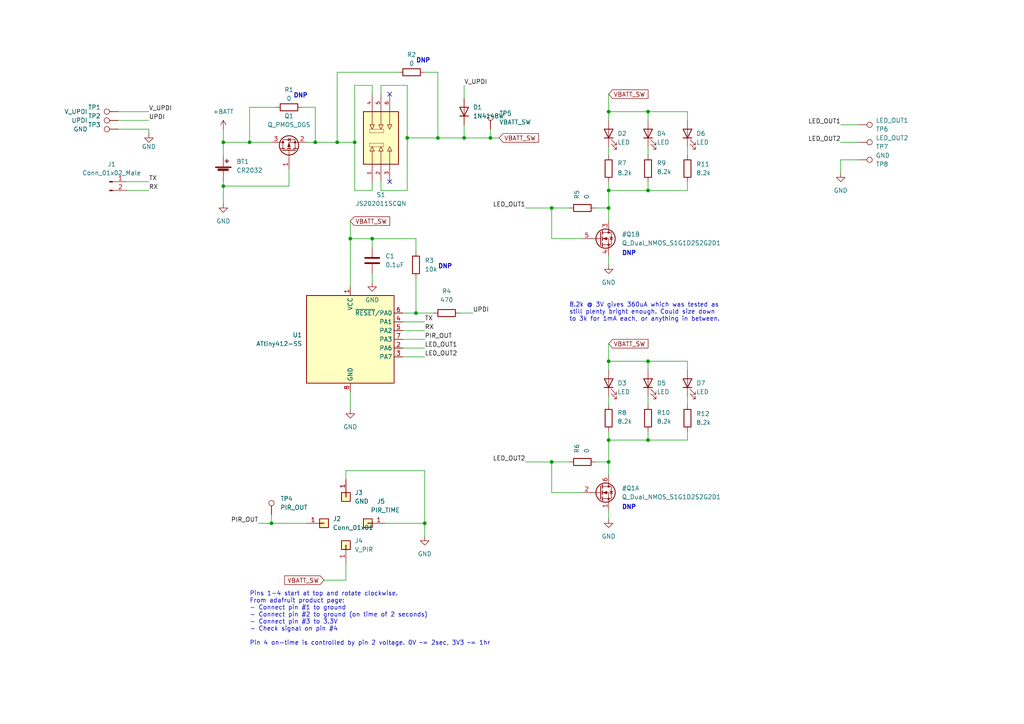
<source format=kicad_sch>
(kicad_sch (version 20230121) (generator eeschema)
  (paper "A4")
  (lib_symbols
    (symbol "Connector:Conn_01x02_Male" (pin_names (offset 1.016) hide)
      (property "Reference" "J" (at 0 2.54 0))
      (property "Value" "Conn_01x02_Male" (at 0 -5.08 0))
      (symbol "Conn_01x02_Male_1_1"
        (polyline (pts (xy 1.27 -2.54) (xy 0.8636 -2.54)) (stroke (width 0.1524)))
        (polyline (pts (xy 1.27 0) (xy 0.8636 0)) (stroke (width 0.1524)))
        (rectangle (start 0.8636 -2.413) (end 0 -2.667) (stroke (width 0.1524)) (fill (type outline)))
        (rectangle (start 0.8636 0.127) (end 0 -0.127) (stroke (width 0.1524)) (fill (type outline)))
        (pin passive line (at 5.08 0 180) (length 3.81) (name "Pin_1") (number "1"))
        (pin passive line (at 5.08 -2.54 180) (length 3.81) (name "Pin_2") (number "2"))
      )
    )
    (symbol "Connector:TestPoint" (pin_numbers hide) (pin_names (offset 0.762) hide)
      (property "Reference" "TP" (at 0 6.858 0))
      (property "Value" "TestPoint" (at 0 5.08 0))
      (symbol "TestPoint_0_1"
        (circle (center 0 3.302) (radius 0.762))
      )
      (symbol "TestPoint_1_1"
        (pin passive line (at 0 0 90) (length 2.54) (name "1") (number "1"))
      )
    )
    (symbol "Connector_Generic:Conn_01x01" (pin_names (offset 1.016) hide)
      (property "Reference" "J" (at 0 2.54 0))
      (property "Value" "Conn_01x01" (at 0 -2.54 0))
      (symbol "Conn_01x01_1_1"
        (rectangle (start -1.27 0.127) (end 0 -0.127) (stroke (width 0.1524)))
        (rectangle (start -1.27 1.27) (end 1.27 -1.27) (stroke (width 0.254)) (fill (type background)))
        (pin passive line (at -5.08 0 0) (length 3.81) (name "Pin_1") (number "1"))
      )
    )
    (symbol "Device:Battery_Cell" (pin_numbers hide) (pin_names (offset 0) hide)
      (property "Reference" "BT" (at 2.54 2.54 0))
      (property "Value" "Battery_Cell" (at 2.54 0 0))
      (symbol "Battery_Cell_0_1"
        (rectangle (start -2.286 1.778) (end 2.286 1.524) (fill (type outline)))
        (rectangle (start -1.5748 1.1938) (end 1.4732 0.6858) (fill (type outline)))
        (polyline (pts (xy 0 0.762) (xy 0 0)))
        (polyline (pts (xy 0 1.778) (xy 0 2.54)))
        (polyline (pts (xy 0.508 3.429) (xy 1.524 3.429)) (stroke (width 0.254)))
        (polyline (pts (xy 1.016 3.937) (xy 1.016 2.921)) (stroke (width 0.254)))
      )
      (symbol "Battery_Cell_1_1"
        (pin passive line (at 0 5.08 270) (length 2.54) (name "+") (number "1"))
        (pin passive line (at 0 -2.54 90) (length 2.54) (name "-") (number "2"))
      )
    )
    (symbol "Device:C" (pin_numbers hide) (pin_names (offset 0.254))
      (property "Reference" "C" (at 0.635 2.54 0))
      (property "Value" "C" (at 0.635 -2.54 0))
      (symbol "C_0_1"
        (polyline (pts (xy -2.032 -0.762) (xy 2.032 -0.762)) (stroke (width 0.508)))
        (polyline (pts (xy -2.032 0.762) (xy 2.032 0.762)) (stroke (width 0.508)))
      )
      (symbol "C_1_1"
        (pin passive line (at 0 3.81 270) (length 2.794) (name "~") (number "1"))
        (pin passive line (at 0 -3.81 90) (length 2.794) (name "~") (number "2"))
      )
    )
    (symbol "Device:D" (pin_numbers hide) (pin_names (offset 1.016) hide)
      (property "Reference" "D" (at 0 2.54 0))
      (property "Value" "D" (at 0 -2.54 0))
      (symbol "D_0_1"
        (polyline (pts (xy -1.27 1.27) (xy -1.27 -1.27)) (stroke (width 0.254)))
        (polyline (pts (xy 1.27 0) (xy -1.27 0)))
        (polyline (pts (xy 1.27 1.27) (xy 1.27 -1.27) (xy -1.27 0) (xy 1.27 1.27)) (stroke (width 0.254)))
      )
      (symbol "D_1_1"
        (pin passive line (at -3.81 0 0) (length 2.54) (name "K") (number "1"))
        (pin passive line (at 3.81 0 180) (length 2.54) (name "A") (number "2"))
      )
    )
    (symbol "Device:LED" (pin_numbers hide) (pin_names (offset 1.016) hide)
      (property "Reference" "D" (at 0 2.54 0))
      (property "Value" "LED" (at 0 -2.54 0))
      (symbol "LED_0_1"
        (polyline (pts (xy -1.27 -1.27) (xy -1.27 1.27)) (stroke (width 0.254)))
        (polyline (pts (xy -1.27 0) (xy 1.27 0)))
        (polyline (pts (xy 1.27 -1.27) (xy 1.27 1.27) (xy -1.27 0) (xy 1.27 -1.27)) (stroke (width 0.254)))
        (polyline (pts (xy -3.048 -0.762) (xy -4.572 -2.286) (xy -3.81 -2.286) (xy -4.572 -2.286) (xy -4.572 -1.524)))
        (polyline (pts (xy -1.778 -0.762) (xy -3.302 -2.286) (xy -2.54 -2.286) (xy -3.302 -2.286) (xy -3.302 -1.524)))
      )
      (symbol "LED_1_1"
        (pin passive line (at -3.81 0 0) (length 2.54) (name "K") (number "1"))
        (pin passive line (at 3.81 0 180) (length 2.54) (name "A") (number "2"))
      )
    )
    (symbol "Device:Q_Dual_NMOS_S1G1D2S2G2D1" (pin_names (offset 0) hide)
      (property "Reference" "Q" (at 6.35 1.27 0))
      (property "Value" "Q_Dual_NMOS_S1G1D2S2G2D1" (at 19.05 -1.27 0))
      (symbol "Q_Dual_NMOS_S1G1D2S2G2D1_0_1"
        (polyline (pts (xy 0.254 0) (xy -2.54 0)))
        (polyline (pts (xy 0.254 1.905) (xy 0.254 -1.905)) (stroke (width 0.254)))
        (polyline (pts (xy 0.762 -1.27) (xy 0.762 -2.286)) (stroke (width 0.254)))
        (polyline (pts (xy 0.762 0.508) (xy 0.762 -0.508)) (stroke (width 0.254)))
        (polyline (pts (xy 0.762 2.286) (xy 0.762 1.27)) (stroke (width 0.254)))
        (polyline (pts (xy 2.54 2.54) (xy 2.54 1.778)))
        (polyline (pts (xy 2.54 -2.54) (xy 2.54 0) (xy 0.762 0)))
        (polyline (pts (xy 0.762 -1.778) (xy 3.302 -1.778) (xy 3.302 1.778) (xy 0.762 1.778)))
        (polyline (pts (xy 1.016 0) (xy 2.032 0.381) (xy 2.032 -0.381) (xy 1.016 0)) (fill (type outline)))
        (polyline (pts (xy 2.794 0.508) (xy 2.921 0.381) (xy 3.683 0.381) (xy 3.81 0.254)))
        (polyline (pts (xy 3.302 0.381) (xy 2.921 -0.254) (xy 3.683 -0.254) (xy 3.302 0.381)))
        (circle (center 1.651 0) (radius 2.794) (stroke (width 0.254)))
        (circle (center 2.54 -1.778) (radius 0.254) (fill (type outline)))
        (circle (center 2.54 1.778) (radius 0.254) (fill (type outline)))
      )
      (symbol "Q_Dual_NMOS_S1G1D2S2G2D1_1_1"
        (pin passive line (at 2.54 -5.08 90) (length 2.54) (name "S") (number "1"))
        (pin input line (at -5.08 0 0) (length 2.54) (name "G") (number "2"))
        (pin passive line (at 2.54 5.08 270) (length 2.54) (name "D") (number "6"))
      )
      (symbol "Q_Dual_NMOS_S1G1D2S2G2D1_2_1"
        (pin passive line (at 2.54 5.08 270) (length 2.54) (name "D") (number "3"))
        (pin passive line (at 2.54 -5.08 90) (length 2.54) (name "S") (number "4"))
        (pin input line (at -5.08 0 0) (length 2.54) (name "G") (number "5"))
      )
    )
    (symbol "Device:Q_PMOS_GSD" (pin_names (offset 0) hide)
      (property "Reference" "Q" (at 5.08 1.27 0))
      (property "Value" "Q_PMOS_GSD" (at 5.08 -1.27 0))
      (symbol "Q_PMOS_GSD_0_1"
        (polyline (pts (xy 0.254 0) (xy -2.54 0)))
        (polyline (pts (xy 0.254 1.905) (xy 0.254 -1.905)) (stroke (width 0.254)))
        (polyline (pts (xy 0.762 -1.27) (xy 0.762 -2.286)) (stroke (width 0.254)))
        (polyline (pts (xy 0.762 0.508) (xy 0.762 -0.508)) (stroke (width 0.254)))
        (polyline (pts (xy 0.762 2.286) (xy 0.762 1.27)) (stroke (width 0.254)))
        (polyline (pts (xy 2.54 2.54) (xy 2.54 1.778)))
        (polyline (pts (xy 2.54 -2.54) (xy 2.54 0) (xy 0.762 0)))
        (polyline (pts (xy 0.762 1.778) (xy 3.302 1.778) (xy 3.302 -1.778) (xy 0.762 -1.778)))
        (polyline (pts (xy 2.286 0) (xy 1.27 0.381) (xy 1.27 -0.381) (xy 2.286 0)) (fill (type outline)))
        (polyline (pts (xy 2.794 -0.508) (xy 2.921 -0.381) (xy 3.683 -0.381) (xy 3.81 -0.254)))
        (polyline (pts (xy 3.302 -0.381) (xy 2.921 0.254) (xy 3.683 0.254) (xy 3.302 -0.381)))
        (circle (center 1.651 0) (radius 2.794) (stroke (width 0.254)))
        (circle (center 2.54 -1.778) (radius 0.254) (fill (type outline)))
        (circle (center 2.54 1.778) (radius 0.254) (fill (type outline)))
      )
      (symbol "Q_PMOS_GSD_1_1"
        (pin input line (at -5.08 0 0) (length 2.54) (name "G") (number "1"))
        (pin passive line (at 2.54 -5.08 90) (length 2.54) (name "S") (number "2"))
        (pin passive line (at 2.54 5.08 270) (length 2.54) (name "D") (number "3"))
      )
    )
    (symbol "Device:R" (pin_numbers hide) (pin_names (offset 0))
      (property "Reference" "R" (at 2.032 0 90))
      (property "Value" "R" (at 0 0 90))
      (symbol "R_0_1"
        (rectangle (start -1.016 -2.54) (end 1.016 2.54) (stroke (width 0.254)))
      )
      (symbol "R_1_1"
        (pin passive line (at 0 3.81 270) (length 1.27) (name "~") (number "1"))
        (pin passive line (at 0 -3.81 90) (length 1.27) (name "~") (number "2"))
      )
    )
    (symbol "JS202011SCQN:JS202011SCQN" (pin_names (offset 1.016) hide)
      (property "Reference" "S" (at -7.62 6.35 0))
      (property "Value" "JS202011SCQN" (at -7.62 -6.35 0))
      (symbol "JS202011SCQN_0_0"
        (rectangle (start -7.62 -5.08) (end 7.62 5.08) (stroke (width 0.254)) (fill (type background)))
        (polyline (pts (xy -7.62 -2.54) (xy -3.81 -2.54)) (stroke (width 0.1524)))
        (polyline (pts (xy -7.62 0) (xy -3.81 0)) (stroke (width 0.1524)))
        (polyline (pts (xy -7.62 2.54) (xy -3.81 2.54)) (stroke (width 0.1524)))
        (polyline (pts (xy 7.62 -2.54) (xy 3.81 -2.54)) (stroke (width 0.1524)))
        (polyline (pts (xy 7.62 0) (xy 3.81 0)) (stroke (width 0.1524)))
        (polyline (pts (xy 7.62 2.54) (xy 3.81 2.54)) (stroke (width 0.1524)))
        (polyline (pts (xy -3.81 -1.905) (xy -3.81 -3.175) (xy -2.54 -2.54) (xy -3.81 -1.905)) (stroke (width 0.1524)) (fill (type background)))
        (polyline (pts (xy -3.81 0.635) (xy -3.81 -0.635) (xy -2.54 0) (xy -3.81 0.635)) (stroke (width 0.1524)) (fill (type background)))
        (polyline (pts (xy -3.81 3.175) (xy -3.81 1.905) (xy -2.54 2.54) (xy -3.81 3.175)) (stroke (width 0.1524)) (fill (type background)))
        (polyline (pts (xy 3.81 -3.175) (xy 3.81 -1.905) (xy 2.54 -2.54) (xy 3.81 -3.175)) (stroke (width 0.1524)) (fill (type background)))
        (polyline (pts (xy 3.81 -0.635) (xy 3.81 0.635) (xy 2.54 0) (xy 3.81 -0.635)) (stroke (width 0.1524)) (fill (type background)))
        (polyline (pts (xy 3.81 1.905) (xy 3.81 3.175) (xy 2.54 2.54) (xy 3.81 1.905)) (stroke (width 0.1524)) (fill (type background)))
        (polyline (pts (xy -2.54 3.302) (xy -2.54 -0.762) (xy -1.524 -0.762) (xy -1.524 3.302) (xy -2.54 3.302)) (stroke (width 0.0254)) (fill (type background)))
        (polyline (pts (xy 1.524 3.302) (xy 1.524 -0.762) (xy 2.54 -0.762) (xy 2.54 3.302) (xy 1.524 3.302)) (stroke (width 0.0254)) (fill (type background)))
        (pin passive line (at -12.7 2.54 0) (length 5.08) (name "~") (number "1"))
        (pin passive line (at -12.7 0 0) (length 5.08) (name "~") (number "2"))
        (pin passive line (at -12.7 -2.54 0) (length 5.08) (name "~") (number "3"))
        (pin passive line (at 12.7 2.54 180) (length 5.08) (name "~") (number "4"))
        (pin passive line (at 12.7 0 180) (length 5.08) (name "~") (number "5"))
        (pin passive line (at 12.7 -2.54 180) (length 5.08) (name "~") (number "6"))
      )
    )
    (symbol "MCU_Microchip_ATtiny:ATtiny412-SS"
      (property "Reference" "U" (at -12.7 13.97 0))
      (property "Value" "ATtiny412-SS" (at 2.54 -13.97 0))
      (symbol "ATtiny412-SS_0_1"
        (rectangle (start -12.7 -12.7) (end 12.7 12.7) (stroke (width 0.254)) (fill (type background)))
      )
      (symbol "ATtiny412-SS_1_1"
        (pin power_in line (at 0 15.24 270) (length 2.54) (name "VCC") (number "1"))
        (pin bidirectional line (at 15.24 -2.54 180) (length 2.54) (name "PA6") (number "2"))
        (pin bidirectional line (at 15.24 -5.08 180) (length 2.54) (name "PA7") (number "3"))
        (pin bidirectional line (at 15.24 5.08 180) (length 2.54) (name "PA1") (number "4"))
        (pin bidirectional line (at 15.24 2.54 180) (length 2.54) (name "PA2") (number "5"))
        (pin bidirectional line (at 15.24 7.62 180) (length 2.54) (name "~{RESET}/PA0") (number "6"))
        (pin bidirectional line (at 15.24 0 180) (length 2.54) (name "PA3") (number "7"))
        (pin power_in line (at 0 -15.24 90) (length 2.54) (name "GND") (number "8"))
      )
    )
    (symbol "power:+BATT" (power) (pin_names (offset 0))
      (property "Value" "+BATT" (at 0 3.556 0))
      (symbol "+BATT_0_1"
        (polyline (pts (xy -0.762 1.27) (xy 0 2.54)))
        (polyline (pts (xy 0 0) (xy 0 2.54)))
        (polyline (pts (xy 0 2.54) (xy 0.762 1.27)))
      )
      (symbol "+BATT_1_1"
        (pin power_in line (at 0 0 90) (length 0) hide (name "+BATT") (number "1"))
      )
    )
    (symbol "power:GND" (power) (pin_names (offset 0))
      (property "Value" "GND" (at 0 -3.81 0))
      (symbol "GND_0_1"
        (polyline (pts (xy 0 0) (xy 0 -1.27) (xy 1.27 -1.27) (xy 0 -2.54) (xy -1.27 -1.27) (xy 0 -1.27)))
      )
      (symbol "GND_1_1"
        (pin power_in line (at 0 0 270) (length 0) hide (name "GND") (number "1"))
      )
    )
  )
  (junction (at 187.96 127.635))
  (junction (at 142.24 40.005))
  (junction (at 127 40.005))
  (junction (at 187.96 32.385))
  (junction (at 134.62 40.005))
  (junction (at 176.53 32.385))
  (junction (at 160.02 60.325))
  (junction (at 187.96 55.245))
  (junction (at 97.79 41.275))
  (junction (at 160.02 133.985))
  (junction (at 72.39 41.275))
  (junction (at 91.44 41.275))
  (junction (at 176.53 60.325))
  (junction (at 187.96 104.775))
  (junction (at 176.53 127.635))
  (junction (at 107.95 69.215))
  (junction (at 101.6 69.215))
  (junction (at 176.53 133.985))
  (junction (at 78.74 151.765))
  (junction (at 176.53 55.245))
  (junction (at 64.77 53.975))
  (junction (at 118.11 40.005))
  (junction (at 176.53 104.775))
  (junction (at 123.19 151.765))
  (junction (at 120.65 90.805))
  (junction (at 64.77 41.275))
  (junction (at 102.87 41.275))
  (no_connect (at 113.03 52.705))
  (no_connect (at 113.03 27.305))
  (wire (pts (xy 101.6 69.215) (xy 101.6 83.185)))
  (wire (pts (xy 78.74 149.225) (xy 78.74 151.765)))
  (wire (pts (xy 34.29 32.385) (xy 43.18 32.385)))
  (wire (pts (xy 243.84 46.355) (xy 248.92 46.355)))
  (wire (pts (xy 110.49 55.245) (xy 118.11 55.245)))
  (wire (pts (xy 134.62 24.765) (xy 134.62 28.575)))
  (wire (pts (xy 199.39 42.545) (xy 199.39 45.085)))
  (wire (pts (xy 187.96 32.385) (xy 199.39 32.385)))
  (wire (pts (xy 187.96 127.635) (xy 199.39 127.635)))
  (wire (pts (xy 107.95 24.765) (xy 102.87 24.765)))
  (wire (pts (xy 100.33 136.525) (xy 123.19 136.525)))
  (wire (pts (xy 116.84 100.965) (xy 123.19 100.965)))
  (wire (pts (xy 176.53 52.705) (xy 176.53 55.245)))
  (wire (pts (xy 176.53 104.775) (xy 176.53 107.315)))
  (wire (pts (xy 78.74 151.765) (xy 88.9 151.765)))
  (wire (pts (xy 199.39 107.315) (xy 199.39 104.775)))
  (wire (pts (xy 72.39 31.115) (xy 72.39 41.275)))
  (wire (pts (xy 172.72 60.325) (xy 176.53 60.325)))
  (wire (pts (xy 187.96 42.545) (xy 187.96 45.085)))
  (wire (pts (xy 102.87 41.275) (xy 102.87 55.245)))
  (wire (pts (xy 176.53 55.245) (xy 187.96 55.245)))
  (wire (pts (xy 120.65 69.215) (xy 120.65 73.025)))
  (wire (pts (xy 123.19 136.525) (xy 123.19 151.765)))
  (wire (pts (xy 120.65 90.805) (xy 125.73 90.805)))
  (wire (pts (xy 97.79 20.955) (xy 97.79 41.275)))
  (wire (pts (xy 72.39 41.275) (xy 78.74 41.275)))
  (wire (pts (xy 199.39 125.095) (xy 199.39 127.635)))
  (wire (pts (xy 187.96 52.705) (xy 187.96 55.245)))
  (wire (pts (xy 118.11 40.005) (xy 118.11 55.245)))
  (wire (pts (xy 110.49 24.765) (xy 110.49 27.305)))
  (wire (pts (xy 91.44 41.275) (xy 97.79 41.275)))
  (wire (pts (xy 134.62 36.195) (xy 134.62 40.005)))
  (wire (pts (xy 243.84 41.275) (xy 248.92 41.275)))
  (wire (pts (xy 123.19 20.955) (xy 127 20.955)))
  (wire (pts (xy 102.87 55.245) (xy 107.95 55.245)))
  (wire (pts (xy 101.6 69.215) (xy 107.95 69.215)))
  (wire (pts (xy 74.93 151.765) (xy 78.74 151.765)))
  (wire (pts (xy 160.02 133.985) (xy 160.02 142.875)))
  (wire (pts (xy 120.65 69.215) (xy 107.95 69.215)))
  (wire (pts (xy 116.84 93.345) (xy 123.19 93.345)))
  (wire (pts (xy 176.53 32.385) (xy 176.53 34.925)))
  (wire (pts (xy 176.53 147.955) (xy 176.53 150.495)))
  (wire (pts (xy 102.87 24.765) (xy 102.87 41.275)))
  (wire (pts (xy 187.96 107.315) (xy 187.96 104.775)))
  (wire (pts (xy 160.02 142.875) (xy 168.91 142.875)))
  (wire (pts (xy 64.77 52.705) (xy 64.77 53.975)))
  (wire (pts (xy 160.02 69.215) (xy 168.91 69.215)))
  (wire (pts (xy 97.79 20.955) (xy 115.57 20.955)))
  (wire (pts (xy 134.62 40.005) (xy 142.24 40.005)))
  (wire (pts (xy 107.95 24.765) (xy 107.95 27.305)))
  (wire (pts (xy 118.11 24.765) (xy 118.11 40.005)))
  (wire (pts (xy 111.76 151.765) (xy 123.19 151.765)))
  (wire (pts (xy 199.39 52.705) (xy 199.39 55.245)))
  (wire (pts (xy 160.02 60.325) (xy 160.02 69.215)))
  (wire (pts (xy 187.96 125.095) (xy 187.96 127.635)))
  (wire (pts (xy 243.84 36.195) (xy 248.92 36.195)))
  (wire (pts (xy 118.11 40.005) (xy 127 40.005)))
  (wire (pts (xy 93.98 168.275) (xy 100.33 168.275)))
  (wire (pts (xy 187.96 34.925) (xy 187.96 32.385)))
  (wire (pts (xy 91.44 31.115) (xy 91.44 41.275)))
  (wire (pts (xy 83.82 48.895) (xy 83.82 53.975)))
  (wire (pts (xy 176.53 133.985) (xy 176.53 137.795)))
  (wire (pts (xy 107.95 52.705) (xy 107.95 55.245)))
  (wire (pts (xy 36.83 52.705) (xy 43.18 52.705)))
  (wire (pts (xy 176.53 99.695) (xy 176.53 104.775)))
  (wire (pts (xy 137.16 90.805) (xy 133.35 90.805)))
  (wire (pts (xy 176.53 104.775) (xy 187.96 104.775)))
  (wire (pts (xy 127 20.955) (xy 127 40.005)))
  (wire (pts (xy 43.18 37.465) (xy 43.18 38.735)))
  (wire (pts (xy 64.77 41.275) (xy 72.39 41.275)))
  (wire (pts (xy 176.53 60.325) (xy 176.53 64.135)))
  (wire (pts (xy 97.79 41.275) (xy 102.87 41.275)))
  (wire (pts (xy 116.84 95.885) (xy 123.19 95.885)))
  (wire (pts (xy 199.39 114.935) (xy 199.39 117.475)))
  (wire (pts (xy 72.39 31.115) (xy 80.01 31.115)))
  (wire (pts (xy 87.63 31.115) (xy 91.44 31.115)))
  (wire (pts (xy 176.53 32.385) (xy 187.96 32.385)))
  (wire (pts (xy 152.4 133.985) (xy 160.02 133.985)))
  (wire (pts (xy 107.95 69.215) (xy 107.95 71.755)))
  (wire (pts (xy 101.6 64.135) (xy 101.6 69.215)))
  (wire (pts (xy 88.9 41.275) (xy 91.44 41.275)))
  (wire (pts (xy 243.84 46.355) (xy 243.84 50.165)))
  (wire (pts (xy 100.33 139.065) (xy 100.33 136.525)))
  (wire (pts (xy 142.24 37.465) (xy 142.24 40.005)))
  (wire (pts (xy 110.49 52.705) (xy 110.49 55.245)))
  (wire (pts (xy 187.96 114.935) (xy 187.96 117.475)))
  (wire (pts (xy 172.72 133.985) (xy 176.53 133.985)))
  (wire (pts (xy 116.84 98.425) (xy 123.19 98.425)))
  (wire (pts (xy 116.84 103.505) (xy 123.19 103.505)))
  (wire (pts (xy 176.53 42.545) (xy 176.53 45.085)))
  (wire (pts (xy 36.83 55.245) (xy 43.18 55.245)))
  (wire (pts (xy 100.33 163.195) (xy 100.33 168.275)))
  (wire (pts (xy 176.53 114.935) (xy 176.53 117.475)))
  (wire (pts (xy 101.6 113.665) (xy 101.6 118.745)))
  (wire (pts (xy 176.53 127.635) (xy 187.96 127.635)))
  (wire (pts (xy 120.65 80.645) (xy 120.65 90.805)))
  (wire (pts (xy 64.77 37.465) (xy 64.77 41.275)))
  (wire (pts (xy 152.4 60.325) (xy 160.02 60.325)))
  (wire (pts (xy 176.53 55.245) (xy 176.53 60.325)))
  (wire (pts (xy 199.39 34.925) (xy 199.39 32.385)))
  (wire (pts (xy 160.02 133.985) (xy 165.1 133.985)))
  (wire (pts (xy 64.77 41.275) (xy 64.77 45.085)))
  (wire (pts (xy 116.84 90.805) (xy 120.65 90.805)))
  (wire (pts (xy 127 40.005) (xy 134.62 40.005)))
  (wire (pts (xy 34.29 34.925) (xy 43.18 34.925)))
  (wire (pts (xy 160.02 60.325) (xy 165.1 60.325)))
  (wire (pts (xy 107.95 79.375) (xy 107.95 81.915)))
  (wire (pts (xy 34.29 37.465) (xy 43.18 37.465)))
  (wire (pts (xy 118.11 24.765) (xy 110.49 24.765)))
  (wire (pts (xy 187.96 104.775) (xy 199.39 104.775)))
  (wire (pts (xy 142.24 40.005) (xy 144.78 40.005)))
  (wire (pts (xy 64.77 53.975) (xy 83.82 53.975)))
  (wire (pts (xy 187.96 55.245) (xy 199.39 55.245)))
  (wire (pts (xy 176.53 125.095) (xy 176.53 127.635)))
  (wire (pts (xy 64.77 53.975) (xy 64.77 59.055)))
  (wire (pts (xy 123.19 151.765) (xy 123.19 155.575)))
  (wire (pts (xy 176.53 127.635) (xy 176.53 133.985)))
  (wire (pts (xy 176.53 74.295) (xy 176.53 76.835)))
  (wire (pts (xy 176.53 27.305) (xy 176.53 32.385)))
  (text "8.2k @ 3V gives 360uA which was tested as\nstill plenty bright enough. Could size down\nto 3k for 1mA each, or anything in between." (at 165.1 93.345 0) (effects (font (size 1.27 1.27)) (justify left bottom)))
  (text "DNP" (at 180.34 74.295 0) (effects (font (size 1.27 1.27) (thickness 0.254) bold) (justify left bottom)))
  (text "DNP" (at 120.65 18.415 0) (effects (font (size 1.27 1.27) (thickness 0.254) bold) (justify left bottom)))
  (text "Pins 1-4 start at top and rotate clockwise.\nFrom adafruit product page:\n- Connect pin #1 to ground\n- Connect pin #2 to ground (on time of 2 seconds)\n- Connect pin #3 to 3.3V\n- Check signal on pin #4\n\nPin 4 on-time is controlled by pin 2 voltage. 0V ~= 2sec, 3V3 ~= 1hr" (at 72.39 187.325 0) (effects (font (size 1.27 1.27)) (justify left bottom)))
  (text "DNP" (at 85.09 28.575 0) (effects (font (size 1.27 1.27) (thickness 0.254) bold) (justify left bottom)))
  (text "DNP" (at 127 78.105 0) (effects (font (size 1.27 1.27) (thickness 0.254) bold) (justify left bottom)))
  (text "DNP" (at 180.34 147.955 0) (effects (font (size 1.27 1.27) (thickness 0.254) bold) (justify left bottom)))
  (label "V_UPDI" (at 43.18 32.385 0))
  (label "LED_OUT2" (at 123.19 103.505 0))
  (label "RX" (at 43.18 55.245 0))
  (label "LED_OUT1" (at 152.4 60.325 180))
  (label "LED_OUT1" (at 243.84 36.195 180))
  (label "UPDI" (at 43.18 34.925 0))
  (label "LED_OUT2" (at 243.84 41.275 180))
  (label "PIR_OUT" (at 123.19 98.425 0))
  (label "RX" (at 123.19 95.885 0))
  (label "TX" (at 123.19 93.345 0))
  (label "LED_OUT1" (at 123.19 100.965 0))
  (label "PIR_OUT" (at 74.93 151.765 180))
  (label "LED_OUT2" (at 152.4 133.985 180))
  (label "TX" (at 43.18 52.705 0))
  (label "UPDI" (at 137.16 90.805 0))
  (label "V_UPDI" (at 134.62 24.765 0))
  (global_label "VBATT_SW" (shape input) (at 144.78 40.005 0) (property "Intersheetrefs" "${INTERSHEET_REFS}" (effects hide)))
  (global_label "VBATT_SW" (shape input) (at 101.6 64.135 0) (property "Intersheetrefs" "${INTERSHEET_REFS}" (effects hide)))
  (global_label "VBATT_SW" (shape input) (at 93.98 168.275 180) (property "Intersheetrefs" "${INTERSHEET_REFS}" (effects hide)))
  (global_label "VBATT_SW" (shape input) (at 176.53 99.695 0) (property "Intersheetrefs" "${INTERSHEET_REFS}" (effects hide)))
  (global_label "VBATT_SW" (shape input) (at 176.53 27.305 0) (property "Intersheetrefs" "${INTERSHEET_REFS}" (effects hide)))
  (symbol (lib_id "Connector:TestPoint") (at 34.29 32.385 90) (unit 1)
    (property "Reference" "TP1" (at 29.21 31.115 90) (effects (justify left)))
    (property "Value" "V_UPDI" (at 25.4 32.385 90) (effects (justify left)))
    (property "Footprint" "TestPoint:TestPoint_Pad_D2.0mm" (effects hide))
  )
  (symbol (lib_id "power:GND") (at 123.19 155.575 0) (unit 1)
    (property "Reference" "#PWR06" (effects hide))
    (property "Value" "GND" (at 123.19 160.655 0))
  )
  (symbol (lib_id "MCU_Microchip_ATtiny:ATtiny412-SS") (at 101.6 98.425 0) (unit 1)
    (property "Reference" "U1" (at 87.63 97.1549 0) (effects (justify right)))
    (property "Value" "ATtiny412-SS" (at 87.63 99.6949 0) (effects (justify right)))
    (property "Footprint" "Package_SO:SOIC-8_3.9x4.9mm_P1.27mm" (effects hide))
    (property "Datasheet" "http://ww1.microchip.com/downloads/en/DeviceDoc/40001911A.pdf" (effects hide))
  )
  (symbol (lib_id "Device:R") (at 199.39 48.895 0) (unit 1)
    (property "Reference" "R11" (at 201.93 47.6249 0) (effects (justify left)))
    (property "Value" "8.2k" (at 201.93 50.1649 0) (effects (justify left)))
    (property "Footprint" "Resistor_SMD:R_0805_2012Metric_Pad1.20x1.40mm_HandSolder" (effects hide))
  )
  (symbol (lib_id "Device:LED") (at 176.53 111.125 90) (unit 1)
    (property "Reference" "D3" (at 179.07 111.125 90) (effects (justify right)))
    (property "Value" "LED" (at 179.07 113.665 90) (effects (justify right)))
    (property "Footprint" "LED_SMD:LED_0603_1608Metric_Pad1.05x0.95mm_HandSolder" (effects hide))
  )
  (symbol (lib_id "Device:R") (at 83.82 31.115 90) (unit 1)
    (property "Reference" "R1" (at 83.82 26.035 90))
    (property "Value" "0" (at 83.82 28.575 90))
    (property "Footprint" "Resistor_SMD:R_0805_2012Metric_Pad1.20x1.40mm_HandSolder" (effects hide))
  )
  (symbol (lib_id "Device:LED") (at 187.96 111.125 90) (unit 1)
    (property "Reference" "D5" (at 190.5 111.125 90) (effects (justify right)))
    (property "Value" "LED" (at 190.5 113.665 90) (effects (justify right)))
    (property "Footprint" "LED_SMD:LED_0603_1608Metric_Pad1.05x0.95mm_HandSolder" (effects hide))
  )
  (symbol (lib_id "Device:R") (at 168.91 60.325 90) (unit 1)
    (property "Reference" "R5" (at 167.3225 57.785 0) (effects (justify left)))
    (property "Value" "0" (at 170.1799 57.785 0) (effects (justify left)))
    (property "Footprint" "Resistor_SMD:R_0805_2012Metric_Pad1.20x1.40mm_HandSolder" (effects hide))
  )
  (symbol (lib_id "Device:Q_Dual_NMOS_S1G1D2S2G2D1") (at 173.99 142.875 0) (unit 1)
    (property "Reference" "#Q1" (at 180.34 141.6049 0) (effects (justify left)))
    (property "Value" "Q_Dual_NMOS_S1G1D2S2G2D1" (at 180.34 144.1449 0) (effects (justify left)))
    (property "Footprint" "Package_SO:SO-8_3.9x4.9mm_P1.27mm" (effects hide))
  )
  (symbol (lib_id "Connector_Generic:Conn_01x01") (at 106.68 151.765 180) (unit 1)
    (property "Reference" "J5" (at 110.49 145.415 0))
    (property "Value" "PIR_TIME" (at 111.76 147.955 0))
    (property "Footprint" "Connector_PinHeader_2.54mm:PinHeader_1x01_P2.54mm_Vertical" (effects hide))
  )
  (symbol (lib_id "Device:R") (at 129.54 90.805 90) (unit 1)
    (property "Reference" "R4" (at 129.54 84.455 90))
    (property "Value" "470" (at 129.54 86.995 90))
    (property "Footprint" "Resistor_SMD:R_0805_2012Metric_Pad1.20x1.40mm_HandSolder" (effects hide))
  )
  (symbol (lib_id "Device:R") (at 176.53 121.285 0) (unit 1)
    (property "Reference" "R8" (at 179.07 119.6975 0) (effects (justify left)))
    (property "Value" "8.2k" (at 179.07 122.2375 0) (effects (justify left)))
    (property "Footprint" "Resistor_SMD:R_0805_2012Metric_Pad1.20x1.40mm_HandSolder" (effects hide))
  )
  (symbol (lib_id "Connector:TestPoint") (at 248.92 46.355 270) (unit 1)
    (property "Reference" "TP8" (at 254 47.625 90) (effects (justify left)))
    (property "Value" "GND" (at 254 45.085 90) (effects (justify left)))
    (property "Footprint" "TestPoint:TestPoint_Pad_D2.0mm" (effects hide))
  )
  (symbol (lib_id "Device:D") (at 134.62 32.385 90) (unit 1)
    (property "Reference" "D1" (at 137.16 31.1149 90) (effects (justify right)))
    (property "Value" "1N4148W" (at 137.16 33.6549 90) (effects (justify right)))
    (property "Footprint" "Diode_SMD:D_SOD-123" (effects hide))
  )
  (symbol (lib_id "power:GND") (at 176.53 76.835 0) (unit 1)
    (property "Reference" "#PWR07" (effects hide))
    (property "Value" "GND" (at 176.53 81.915 0))
  )
  (symbol (lib_id "Device:R") (at 199.39 121.285 0) (unit 1)
    (property "Reference" "R12" (at 201.93 120.0149 0) (effects (justify left)))
    (property "Value" "8.2k" (at 201.93 122.5549 0) (effects (justify left)))
    (property "Footprint" "Resistor_SMD:R_0805_2012Metric_Pad1.20x1.40mm_HandSolder" (effects hide))
  )
  (symbol (lib_id "Device:LED") (at 199.39 111.125 90) (unit 1)
    (property "Reference" "D7" (at 201.93 111.125 90) (effects (justify right)))
    (property "Value" "LED" (at 201.93 113.665 90) (effects (justify right)))
    (property "Footprint" "LED_SMD:LED_0603_1608Metric_Pad1.05x0.95mm_HandSolder" (effects hide))
  )
  (symbol (lib_id "Device:R") (at 187.96 48.895 0) (unit 1)
    (property "Reference" "R9" (at 190.5 47.3075 0) (effects (justify left)))
    (property "Value" "8.2k" (at 190.5 49.8475 0) (effects (justify left)))
    (property "Footprint" "Resistor_SMD:R_0805_2012Metric_Pad1.20x1.40mm_HandSolder" (effects hide))
  )
  (symbol (lib_id "Connector_Generic:Conn_01x01") (at 93.98 151.765 0) (unit 1)
    (property "Reference" "J2" (at 96.52 150.4949 0) (effects (justify left)))
    (property "Value" "Conn_01x01" (at 96.52 153.0349 0) (effects (justify left)))
    (property "Footprint" "Connector_PinHeader_2.54mm:PinHeader_1x01_P2.54mm_Vertical" (effects hide))
  )
  (symbol (lib_id "Connector:TestPoint") (at 34.29 34.925 90) (unit 1)
    (property "Reference" "TP2" (at 29.21 33.655 90) (effects (justify left)))
    (property "Value" "UPDI" (at 25.4 34.925 90) (effects (justify left)))
    (property "Footprint" "TestPoint:TestPoint_Pad_D2.0mm" (effects hide))
  )
  (symbol (lib_id "Device:R") (at 168.91 133.985 90) (unit 1)
    (property "Reference" "R6" (at 167.3225 131.445 0) (effects (justify left)))
    (property "Value" "0" (at 170.1799 131.445 0) (effects (justify left)))
    (property "Footprint" "Resistor_SMD:R_0805_2012Metric_Pad1.20x1.40mm_HandSolder" (effects hide))
  )
  (symbol (lib_id "Device:R") (at 176.53 48.895 0) (unit 1)
    (property "Reference" "R7" (at 179.07 47.3075 0) (effects (justify left)))
    (property "Value" "8.2k" (at 179.07 50.1649 0) (effects (justify left)))
    (property "Footprint" "Resistor_SMD:R_0805_2012Metric_Pad1.20x1.40mm_HandSolder" (effects hide))
  )
  (symbol (lib_id "Device:R") (at 119.38 20.955 90) (unit 1)
    (property "Reference" "R2" (at 119.38 15.875 90))
    (property "Value" "0" (at 119.38 18.415 90))
    (property "Footprint" "Resistor_SMD:R_0805_2012Metric_Pad1.20x1.40mm_HandSolder" (effects hide))
  )
  (symbol (lib_id "power:+BATT") (at 64.77 37.465 0) (unit 1)
    (property "Reference" "#PWR02" (effects hide))
    (property "Value" "+BATT" (at 64.77 32.385 0))
  )
  (symbol (lib_id "Connector:TestPoint") (at 248.92 36.195 270) (unit 1)
    (property "Reference" "TP6" (at 254 37.465 90) (effects (justify left)))
    (property "Value" "LED_OUT1" (at 254 34.925 90) (effects (justify left)))
    (property "Footprint" "TestPoint:TestPoint_Pad_D2.0mm" (effects hide))
  )
  (symbol (lib_id "Connector:Conn_01x02_Male") (at 31.75 52.705 0) (unit 1)
    (property "Reference" "J1" (at 32.385 47.625 0))
    (property "Value" "Conn_01x02_Male" (at 32.385 50.165 0))
    (property "Footprint" "Connector_Harwin:Harwin_M20-89003xx_1x02_P2.54mm_Horizontal" (effects hide))
  )
  (symbol (lib_id "power:GND") (at 107.95 81.915 0) (unit 1)
    (property "Reference" "#PWR05" (effects hide))
    (property "Value" "GND" (at 107.95 86.995 0))
  )
  (symbol (lib_id "Connector_Generic:Conn_01x01") (at 100.33 144.145 270) (unit 1)
    (property "Reference" "J3" (at 102.87 142.8749 90) (effects (justify left)))
    (property "Value" "GND" (at 102.87 145.415 90) (effects (justify left)))
    (property "Footprint" "Connector_PinHeader_2.54mm:PinHeader_1x01_P2.54mm_Vertical" (effects hide))
  )
  (symbol (lib_id "Device:LED") (at 199.39 38.735 90) (unit 1)
    (property "Reference" "D6" (at 201.93 38.735 90) (effects (justify right)))
    (property "Value" "LED" (at 201.93 41.275 90) (effects (justify right)))
    (property "Footprint" "LED_SMD:LED_0603_1608Metric_Pad1.05x0.95mm_HandSolder" (effects hide))
  )
  (symbol (lib_id "Connector:TestPoint") (at 248.92 41.275 270) (unit 1)
    (property "Reference" "TP7" (at 254 42.545 90) (effects (justify left)))
    (property "Value" "LED_OUT2" (at 254 40.005 90) (effects (justify left)))
    (property "Footprint" "TestPoint:TestPoint_Pad_D2.0mm" (effects hide))
  )
  (symbol (lib_id "Device:LED") (at 176.53 38.735 90) (unit 1)
    (property "Reference" "D2" (at 179.07 38.735 90) (effects (justify right)))
    (property "Value" "LED" (at 179.07 41.275 90) (effects (justify right)))
    (property "Footprint" "LED_SMD:LED_0603_1608Metric_Pad1.05x0.95mm_HandSolder" (effects hide))
  )
  (symbol (lib_id "Connector:TestPoint") (at 34.29 37.465 90) (unit 1)
    (property "Reference" "TP3" (at 29.21 36.195 90) (effects (justify left)))
    (property "Value" "GND" (at 25.4 37.465 90) (effects (justify left)))
    (property "Footprint" "TestPoint:TestPoint_Pad_D2.0mm" (effects hide))
  )
  (symbol (lib_id "Device:Q_Dual_NMOS_S1G1D2S2G2D1") (at 173.99 69.215 0) (unit 2)
    (property "Reference" "#Q1" (at 180.34 67.9449 0) (effects (justify left)))
    (property "Value" "Q_Dual_NMOS_S1G1D2S2G2D1" (at 180.34 70.4849 0) (effects (justify left)))
    (property "Footprint" "Package_SO:SO-8_3.9x4.9mm_P1.27mm" (effects hide))
  )
  (symbol (lib_id "power:GND") (at 64.77 59.055 0) (unit 1)
    (property "Reference" "#PWR03" (effects hide))
    (property "Value" "GND" (at 64.77 64.135 0))
  )
  (symbol (lib_id "Device:Q_PMOS_GSD") (at 83.82 43.815 90) (unit 1)
    (property "Reference" "Q1" (at 83.82 33.655 90))
    (property "Value" "Q_PMOS_DGS" (at 83.82 36.195 90))
    (property "Footprint" "Package_TO_SOT_SMD:SOT-723" (effects hide))
  )
  (symbol (lib_id "Device:R") (at 187.96 121.285 0) (unit 1)
    (property "Reference" "R10" (at 190.5 119.6975 0) (effects (justify left)))
    (property "Value" "8.2k" (at 190.5 122.2375 0) (effects (justify left)))
    (property "Footprint" "Resistor_SMD:R_0805_2012Metric_Pad1.20x1.40mm_HandSolder" (effects hide))
  )
  (symbol (lib_id "Device:C") (at 107.95 75.565 0) (unit 1)
    (property "Reference" "C1" (at 111.76 74.2949 0) (effects (justify left)))
    (property "Value" "0.1uF" (at 111.76 76.8349 0) (effects (justify left)))
    (property "Footprint" "Capacitor_SMD:C_0805_2012Metric_Pad1.18x1.45mm_HandSolder" (effects hide))
  )
  (symbol (lib_id "power:GND") (at 176.53 150.495 0) (unit 1)
    (property "Reference" "#PWR08" (effects hide))
    (property "Value" "GND" (at 176.53 155.575 0))
  )
  (symbol (lib_id "power:GND") (at 243.84 50.165 0) (unit 1)
    (property "Reference" "#PWR09" (effects hide))
    (property "Value" "GND" (at 243.84 55.245 0))
  )
  (symbol (lib_id "power:GND") (at 43.18 38.735 0) (unit 1)
    (property "Reference" "#PWR01" (effects hide))
    (property "Value" "GND" (at 43.18 42.545 0))
  )
  (symbol (lib_id "Connector:TestPoint") (at 78.74 149.225 0) (unit 1)
    (property "Reference" "TP4" (at 81.28 144.6529 0) (effects (justify left)))
    (property "Value" "PIR_OUT" (at 81.28 147.1929 0) (effects (justify left)))
    (property "Footprint" "TestPoint:TestPoint_Pad_D2.0mm" (effects hide))
  )
  (symbol (lib_id "JS202011SCQN:JS202011SCQN") (at 110.49 40.005 90) (unit 1)
    (property "Reference" "S1" (at 110.49 56.515 90))
    (property "Value" "JS202011SCQN" (at 110.49 59.055 90))
    (property "Footprint" "Custom Footprints:SW_JS202011SCQN" (effects hide))
    (property "PARTREV" "26 May 22" (effects hide))
    (property "STANDARD" "Manufacturer Recommendations" (effects hide))
    (property "MANUFACTURER" "C&K" (effects hide))
    (property "MAXIMUM_PACKAGE_HEIGHT" "5.5 mm" (effects hide))
    (property "SNAPEDA_PN" "JS202011SCQN" (effects hide))
  )
  (symbol (lib_id "Connector_Generic:Conn_01x01") (at 100.33 158.115 90) (unit 1)
    (property "Reference" "J4" (at 102.87 156.8449 90) (effects (justify right)))
    (property "Value" "V_PIR" (at 102.87 159.3849 90) (effects (justify right)))
    (property "Footprint" "Connector_PinHeader_2.54mm:PinHeader_1x01_P2.54mm_Vertical" (effects hide))
  )
  (symbol (lib_id "Device:R") (at 120.65 76.835 180) (unit 1)
    (property "Reference" "R3" (at 123.19 75.5649 0) (effects (justify right)))
    (property "Value" "10k" (at 123.19 78.1049 0) (effects (justify right)))
    (property "Footprint" "Resistor_SMD:R_0805_2012Metric_Pad1.20x1.40mm_HandSolder" (effects hide))
  )
  (symbol (lib_id "Device:Battery_Cell") (at 64.77 50.165 0) (unit 1)
    (property "Reference" "BT1" (at 68.58 46.8629 0) (effects (justify left)))
    (property "Value" "CR2032" (at 68.58 49.4029 0) (effects (justify left)))
    (property "Footprint" "Battery:BatteryHolder_AdamTech_BH-67D-5_1x2032" (effects hide))
  )
  (symbol (lib_id "Connector:TestPoint") (at 142.24 37.465 0) (unit 1)
    (property "Reference" "TP5" (at 144.78 32.8929 0) (effects (justify left)))
    (property "Value" "VBATT_SW" (at 144.78 35.4329 0) (effects (justify left)))
    (property "Footprint" "TestPoint:TestPoint_Pad_D2.0mm" (effects hide))
  )
  (symbol (lib_id "power:GND") (at 101.6 118.745 0) (unit 1)
    (property "Reference" "#PWR04" (effects hide))
    (property "Value" "GND" (at 101.6 123.825 0))
  )
  (symbol (lib_id "Device:LED") (at 187.96 38.735 90) (unit 1)
    (property "Reference" "D4" (at 190.5 38.735 90) (effects (justify right)))
    (property "Value" "LED" (at 190.5 41.275 90) (effects (justify right)))
    (property "Footprint" "LED_SMD:LED_0603_1608Metric_Pad1.05x0.95mm_HandSolder" (effects hide))
  )
)
</source>
